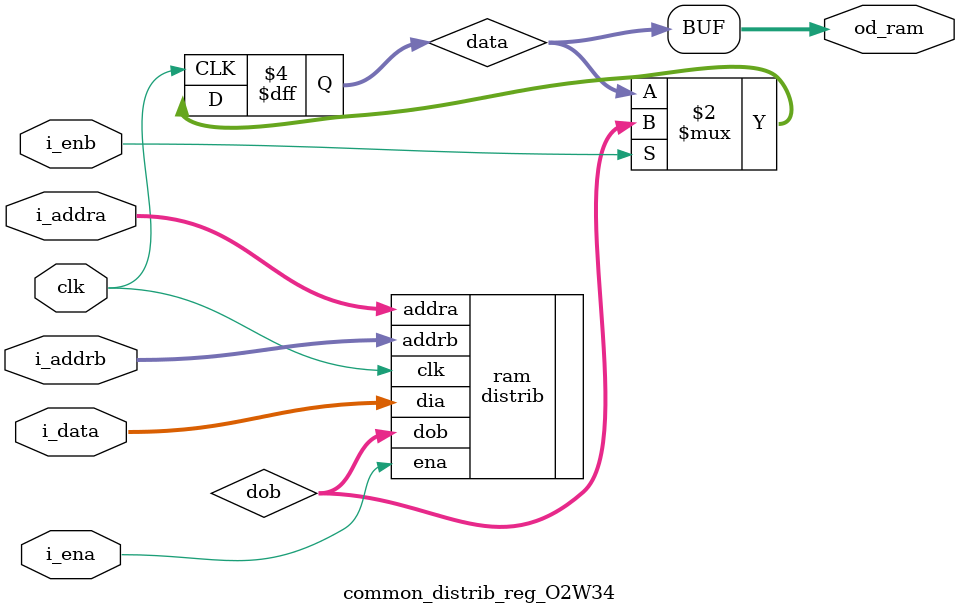
<source format=sv>
`timescale 100ps/100ps

(* keep_hierarchy = "yes" *) module common_distrib_reg_O2W34 (
    input  bit clk,
    input  bit i_ena,
    input  bit [1:0] i_addra,
    input  bit [33:0] i_data,
    input  bit i_enb,
    input  bit [1:0] i_addrb,
    output bit [33:0] od_ram
);


///////////////////////////////////////////////////////////
///////////////////////////////////////////////////////////
bit [33:0] data;
bit [33:0] dob;

distrib #(
    .ORDER               (2),
    .WIDTH               (34))
ram (
    .clk                 (clk),
    .ena                 (i_ena),
    .addra               (i_addra),
    .dia                 (i_data),
    .addrb               (i_addrb),
    .dob                 (dob));


///////////////////////////////////////////////////////////
///////////////////////////////////////////////////////////
always_ff @(posedge clk)
begin
    if (i_enb) begin
        data <= dob;
    end
end
assign od_ram = data;

endmodule
</source>
